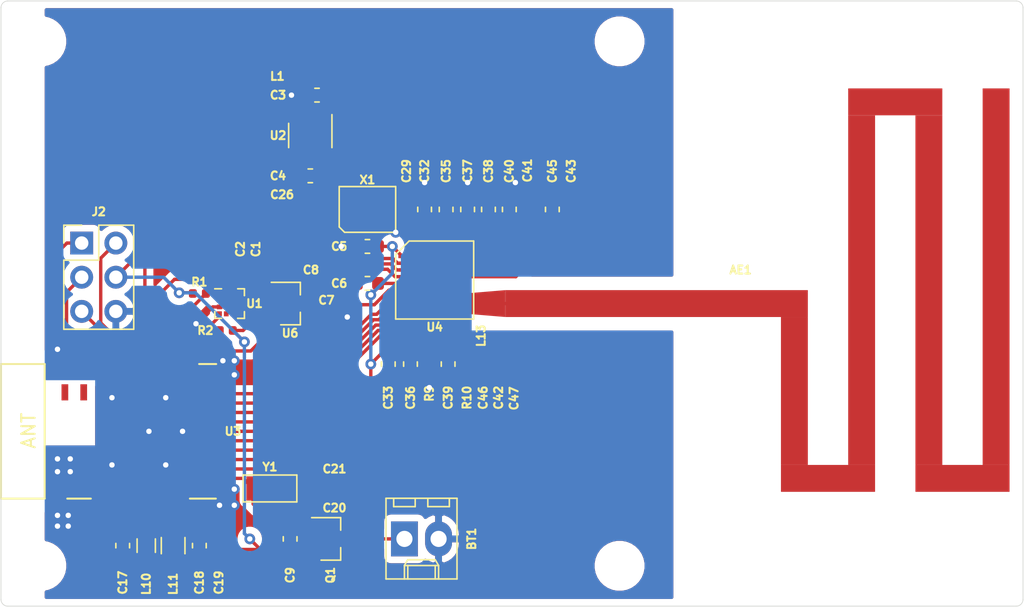
<source format=kicad_pcb>
(kicad_pcb (version 20171130) (host pcbnew "(5.1.4)-1")
  (layers (0 F.Cu signal) (31 B.Cu signal) (34 B.Paste user) (35 F.Paste user) (36 B.SilkS user) (37 F.SilkS user) (38 B.Mask user) (39 F.Mask user) (44 Edge.Cuts user))
  (net 0 "")
  (net 1 GND)
  (net 2 "Net-(BT1-Pad1)")
  (net 3 "Net-(C7-Pad2)")
  (net 4 /nRF_Module/DEC4)
  (net 5 /nRF_Module/XL1)
  (net 6 /nRF_Module/XL2)
  (net 7 "Net-(C29-Pad1)")
  (net 8 "Net-(C29-Pad2)")
  (net 9 "Net-(C32-Pad1)")
  (net 10 "Net-(C38-Pad1)")
  (net 11 "Net-(C41-Pad2)")
  (net 12 "Net-(C41-Pad1)")
  (net 13 "Net-(C43-Pad2)")
  (net 14 "Net-(C46-Pad2)")
  (net 15 /nRF_Module/SWDIO)
  (net 16 /nRF_Module/RX)
  (net 17 /nRF_Module/SWDCLK)
  (net 18 /nRF_Module/TX)
  (net 19 "Net-(L10-Pad2)")
  (net 20 /nRF_Module/DCC)
  (net 21 /nRF_Module/SCL)
  (net 22 /nRF_Module/SDA)
  (net 23 "Net-(R9-Pad1)")
  (net 24 "Net-(U1-Pad2)")
  (net 25 "Net-(U1-Pad5)")
  (net 26 "Net-(U1-Pad11)")
  (net 27 /nRF_Module/INT)
  (net 28 /CC1120/TCXO_EN)
  (net 29 "Net-(U2-Pad4)")
  (net 30 "Net-(U3-Pad41)")
  (net 31 "Net-(U3-Pad40)")
  (net 32 "Net-(U3-Pad38)")
  (net 33 "Net-(U3-Pad35)")
  (net 34 "Net-(U3-Pad32)")
  (net 35 "Net-(U3-Pad31)")
  (net 36 "Net-(U3-Pad29)")
  (net 37 /CC1120/RESET_N)
  (net 38 /CC1120/GPIO3)
  (net 39 /CC1120/GPIO0)
  (net 40 /CC1120/GPIO2)
  (net 41 /CC1120/CSN)
  (net 42 /CC1120/SCLK)
  (net 43 /CC1120/MOSI)
  (net 44 /CC1120/MISO)
  (net 45 /nRF_Module/HallEffect)
  (net 46 "Net-(U3-Pad7)")
  (net 47 "Net-(U3-Pad6)")
  (net 48 "Net-(U3-Pad5)")
  (net 49 "Net-(U4-Pad16)")
  (net 50 "Net-(U4-Pad18)")
  (net 51 "Net-(U4-Pad31)")
  (net 52 "Net-(X1-Pad1)")
  (net 53 "Net-(AE1-Pad1)")
  (net 54 VDD)
  (net 55 /CC1120/1V8)
  (net 56 "Net-(U3-Pad23)")
  (net 57 "Net-(U3-Pad4)")
  (net 58 "Net-(U3-Pad3)")
  (net 59 "Net-(U3-Pad2)")
  (net 60 VDD_CC112x)
  (module sense:dn024_pa_match (layer F.Cu) (at 46 32.5)
    (fp_text reference AE1 (at 19 -2.5) (layer F.SilkS) (effects (font (size 0.6 0.6))))
    (fp_text value Antenna)
    (pad "" smd rect (at 38 -2 90) (size 28 2) (layers F.Cu))
    (pad "" smd rect (at 33 -1 90) (size 26 2) (layers F.Cu))
    (pad "" smd rect (at 28 -1 90) (size 26 2) (layers F.Cu))
    (pad "" smd rect (at 35.5 13) (size 7 2) (layers F.Cu))
    (pad "" smd rect (at 30.5 -15) (size 7 2) (layers F.Cu))
    (pad "" smd rect (at 25.5 13) (size 7 2) (layers F.Cu))
    (pad "" smd rect (at 23 6.5 90) (size 11 2) (layers F.Cu))
    (pad 1 smd rect (at 12.75 0) (size 22.5 2) (layers F.Cu) (net 53 "Net-(AE1-Pad1)"))
    (pad 1 smd trapezoid (at 0 0) (size 3 1.75) (rect_delta -0.25 0) (layers F.Cu F.Paste F.Mask) (net 53 "Net-(AE1-Pad1)"))
  )
  (module sense:PinHeader_2x03_P2.54mm_Vertical (layer F.Cu) (at 16 28)
    (fp_text reference J2 (at 1.27 -2.33) (layer F.SilkS) (effects (font (size 0.6 0.6))))
    (fp_text value Conn_02x03_Odd_Even)
    (pad 1 thru_hole rect (at 0 0) (size 1.7 1.7) (drill 1) (layers *.Cu *.Mask) (net 15 /nRF_Module/SWDIO))
    (pad 2 thru_hole oval (at 2.54 0) (size 1.7 1.7) (drill 1) (layers *.Cu *.Mask) (net 16 /nRF_Module/RX))
    (pad 3 thru_hole oval (at 0 2.54) (size 1.7 1.7) (drill 1) (layers *.Cu *.Mask) (net 17 /nRF_Module/SWDCLK))
    (pad 4 thru_hole oval (at 2.54 2.54) (size 1.7 1.7) (drill 1) (layers *.Cu *.Mask) (net 54 VDD))
    (pad 5 thru_hole oval (at 0 5.08) (size 1.7 1.7) (drill 1) (layers *.Cu *.Mask) (net 18 /nRF_Module/TX))
    (pad 6 thru_hole oval (at 2.54 5.08) (size 1.7 1.7) (drill 1) (layers *.Cu *.Mask) (net 1 GND))
  )
  (module sense:Molex_KK-6410-02_02x2.54mm_Straight (layer F.Cu) (at 40 50)
    (fp_text reference BT1 (at 5 0 90) (layer F.SilkS) (effects (font (size 0.6 0.6))))
    (fp_text value "Dual AA")
    (pad 2 thru_hole oval (at 2.54 0) (size 2 2.6) (drill 1.2) (layers *.Cu *.Mask) (net 1 GND))
    (pad 1 thru_hole rect (at 0 0) (size 2 2.6) (drill 1.2) (layers *.Cu *.Mask) (net 2 "Net-(BT1-Pad1)"))
  )
  (module sense:C_0402_1005Metric (layer F.Cu) (at 28.95 30.25 90)
    (fp_text reference C1 (at 1.8 0 90) (layer F.SilkS) (effects (font (size 0.6 0.6))))
    (fp_text value 100nF)
    (pad 2 smd roundrect (at 0.485 0 90) (size 0.59 0.64) (layers F.Cu F.Paste F.Mask) (net 1 GND))
    (pad 1 smd roundrect (at -0.485 0 90) (size 0.59 0.64) (layers F.Cu F.Paste F.Mask) (net 54 VDD))
  )
  (module sense:C_0402_1005Metric (layer F.Cu) (at 27.8 30.25 90)
    (fp_text reference C2 (at 1.8 0 90) (layer F.SilkS) (effects (font (size 0.6 0.6))))
    (fp_text value 100nF)
    (pad 1 smd roundrect (at -0.485 0 90) (size 0.59 0.64) (layers F.Cu F.Paste F.Mask) (net 54 VDD))
    (pad 2 smd roundrect (at 0.485 0 90) (size 0.59 0.64) (layers F.Cu F.Paste F.Mask) (net 1 GND))
  )
  (module sense:C_0603_1608Metric (layer F.Cu) (at 33.5 17)
    (fp_text reference C3 (at -2.9 0) (layer F.SilkS) (effects (font (size 0.6 0.6))))
    (fp_text value 1uF)
    (pad 1 smd roundrect (at -0.7875 0) (size 0.875 0.95) (layers F.Cu F.Paste F.Mask) (net 1 GND))
    (pad 2 smd roundrect (at 0.7875 0) (size 0.875 0.95) (layers F.Cu F.Paste F.Mask) (net 60 VDD_CC112x))
  )
  (module sense:C_0603_1608Metric (layer F.Cu) (at 33 23)
    (fp_text reference C4 (at -2.4 0) (layer F.SilkS) (effects (font (size 0.6 0.6))))
    (fp_text value 1uF)
    (pad 2 smd roundrect (at 0.7875 0) (size 0.875 0.95) (layers F.Cu F.Paste F.Mask) (net 55 /CC1120/1V8))
    (pad 1 smd roundrect (at -0.7875 0) (size 0.875 0.95) (layers F.Cu F.Paste F.Mask) (net 1 GND))
  )
  (module sense:C_0603_1608Metric (layer F.Cu) (at 37.25 28.25)
    (fp_text reference C5 (at -2.1 0) (layer F.SilkS) (effects (font (size 0.6 0.6))))
    (fp_text value 47nF)
    (pad 2 smd roundrect (at 0.7875 0) (size 0.875 0.95) (layers F.Cu F.Paste F.Mask) (net 60 VDD_CC112x))
    (pad 1 smd roundrect (at -0.7875 0) (size 0.875 0.95) (layers F.Cu F.Paste F.Mask) (net 1 GND))
  )
  (module sense:C_0603_1608Metric (layer F.Cu) (at 37.25 31)
    (fp_text reference C6 (at -2.1 0) (layer F.SilkS) (effects (font (size 0.6 0.6))))
    (fp_text value 47nF)
    (pad 2 smd roundrect (at 0.7875 0) (size 0.875 0.95) (layers F.Cu F.Paste F.Mask) (net 60 VDD_CC112x))
    (pad 1 smd roundrect (at -0.7875 0) (size 0.875 0.95) (layers F.Cu F.Paste F.Mask) (net 1 GND))
  )
  (module sense:C_0402_1005Metric (layer F.Cu) (at 35.75 32.25)
    (fp_text reference C7 (at -1.55 0) (layer F.SilkS) (effects (font (size 0.6 0.6))))
    (fp_text value 220nF)
    (pad 1 smd roundrect (at -0.485 0) (size 0.59 0.64) (layers F.Cu F.Paste F.Mask) (net 1 GND))
    (pad 2 smd roundrect (at 0.485 0) (size 0.59 0.64) (layers F.Cu F.Paste F.Mask) (net 3 "Net-(C7-Pad2)"))
  )
  (module sense:C_0603_1608Metric (layer F.Cu) (at 19.05 50.5 270)
    (fp_text reference C17 (at 2.75 0 90) (layer F.SilkS) (effects (font (size 0.6 0.6))))
    (fp_text value 1uF)
    (pad 2 smd roundrect (at 0.7875 0 270) (size 0.875 0.95) (layers F.Cu F.Paste F.Mask) (net 1 GND))
    (pad 1 smd roundrect (at -0.7875 0 270) (size 0.875 0.95) (layers F.Cu F.Paste F.Mask) (net 4 /nRF_Module/DEC4))
  )
  (module sense:C_0603_1608Metric (layer F.Cu) (at 24.75 50.5 270)
    (fp_text reference C18 (at 2.75 0 90) (layer F.SilkS) (effects (font (size 0.6 0.6))))
    (fp_text value 1uF)
    (pad 1 smd roundrect (at -0.7875 0 270) (size 0.875 0.95) (layers F.Cu F.Paste F.Mask) (net 54 VDD))
    (pad 2 smd roundrect (at 0.7875 0 270) (size 0.875 0.95) (layers F.Cu F.Paste F.Mask) (net 1 GND))
  )
  (module sense:C_0402_1005Metric (layer F.Cu) (at 26.2 50.5 270)
    (fp_text reference C19 (at 2.75 0 90) (layer F.SilkS) (effects (font (size 0.6 0.6))))
    (fp_text value 100nF)
    (pad 1 smd roundrect (at -0.485 0 270) (size 0.59 0.64) (layers F.Cu F.Paste F.Mask) (net 54 VDD))
    (pad 2 smd roundrect (at 0.485 0 270) (size 0.59 0.64) (layers F.Cu F.Paste F.Mask) (net 1 GND))
  )
  (module sense:C_0402_1005Metric (layer F.Cu) (at 33 47.7)
    (fp_text reference C20 (at 1.8 0) (layer F.SilkS) (effects (font (size 0.6 0.6))))
    (fp_text value 8pF)
    (pad 2 smd roundrect (at 0.485 0) (size 0.59 0.64) (layers F.Cu F.Paste F.Mask) (net 1 GND))
    (pad 1 smd roundrect (at -0.485 0) (size 0.59 0.64) (layers F.Cu F.Paste F.Mask) (net 5 /nRF_Module/XL1))
  )
  (module sense:C_0402_1005Metric (layer F.Cu) (at 33 44.8)
    (fp_text reference C21 (at 1.8 0) (layer F.SilkS) (effects (font (size 0.6 0.6))))
    (fp_text value 8pF)
    (pad 1 smd roundrect (at -0.485 0) (size 0.59 0.64) (layers F.Cu F.Paste F.Mask) (net 6 /nRF_Module/XL2))
    (pad 2 smd roundrect (at 0.485 0) (size 0.59 0.64) (layers F.Cu F.Paste F.Mask) (net 1 GND))
  )
  (module sense:C_0402_1005Metric (layer F.Cu) (at 33 24.4)
    (fp_text reference C26 (at -2.1 0) (layer F.SilkS) (effects (font (size 0.6 0.6))))
    (fp_text value 100nF)
    (pad 2 smd roundrect (at 0.485 0) (size 0.59 0.64) (layers F.Cu F.Paste F.Mask) (net 55 /CC1120/1V8))
    (pad 1 smd roundrect (at -0.485 0) (size 0.59 0.64) (layers F.Cu F.Paste F.Mask) (net 1 GND))
  )
  (module sense:C_0402_1005Metric (layer F.Cu) (at 40.15 25.5 90)
    (fp_text reference C29 (at 2.85 0 90) (layer F.SilkS) (effects (font (size 0.6 0.6))))
    (fp_text value 22pF)
    (pad 1 smd roundrect (at -0.485 0 90) (size 0.59 0.64) (layers F.Cu F.Paste F.Mask) (net 7 "Net-(C29-Pad1)"))
    (pad 2 smd roundrect (at 0.485 0 90) (size 0.59 0.64) (layers F.Cu F.Paste F.Mask) (net 8 "Net-(C29-Pad2)"))
  )
  (module sense:C_0603_1608Metric (layer F.Cu) (at 41.5 25.5 90)
    (fp_text reference C32 (at 2.85 0 90) (layer F.SilkS) (effects (font (size 0.6 0.6))))
    (fp_text value 47nF)
    (pad 1 smd roundrect (at -0.7875 0 90) (size 0.875 0.95) (layers F.Cu F.Paste F.Mask) (net 9 "Net-(C32-Pad1)"))
    (pad 2 smd roundrect (at 0.7875 0 90) (size 0.875 0.95) (layers F.Cu F.Paste F.Mask) (net 1 GND))
  )
  (module sense:C_0603_1608Metric (layer F.Cu) (at 38.8 37 90)
    (fp_text reference C33 (at -2.5 0 90) (layer F.SilkS) (effects (font (size 0.6 0.6))))
    (fp_text value 47nF)
    (pad 2 smd roundrect (at 0.7875 0 90) (size 0.875 0.95) (layers F.Cu F.Paste F.Mask) (net 60 VDD_CC112x))
    (pad 1 smd roundrect (at -0.7875 0 90) (size 0.875 0.95) (layers F.Cu F.Paste F.Mask) (net 1 GND))
  )
  (module sense:C_0603_1608Metric (layer F.Cu) (at 43.1 25.5 90)
    (fp_text reference C35 (at 2.85 0 90) (layer F.SilkS) (effects (font (size 0.6 0.6))))
    (fp_text value 47nF)
    (pad 2 smd roundrect (at 0.7875 0 90) (size 0.875 0.95) (layers F.Cu F.Paste F.Mask) (net 1 GND))
    (pad 1 smd roundrect (at -0.7875 0 90) (size 0.875 0.95) (layers F.Cu F.Paste F.Mask) (net 60 VDD_CC112x))
  )
  (module sense:C_0603_1608Metric (layer F.Cu) (at 40.45 37 90)
    (fp_text reference C36 (at -2.5 0 90) (layer F.SilkS) (effects (font (size 0.6 0.6))))
    (fp_text value 47nF)
    (pad 1 smd roundrect (at -0.7875 0 90) (size 0.875 0.95) (layers F.Cu F.Paste F.Mask) (net 1 GND))
    (pad 2 smd roundrect (at 0.7875 0 90) (size 0.875 0.95) (layers F.Cu F.Paste F.Mask) (net 60 VDD_CC112x))
  )
  (module sense:C_0603_1608Metric (layer F.Cu) (at 44.7 25.5 90)
    (fp_text reference C37 (at 2.85 0 90) (layer F.SilkS) (effects (font (size 0.6 0.6))))
    (fp_text value 47nF)
    (pad 1 smd roundrect (at -0.7875 0 90) (size 0.875 0.95) (layers F.Cu F.Paste F.Mask) (net 60 VDD_CC112x))
    (pad 2 smd roundrect (at 0.7875 0 90) (size 0.875 0.95) (layers F.Cu F.Paste F.Mask) (net 1 GND))
  )
  (module sense:C_0603_1608Metric (layer F.Cu) (at 46.25 25.5 90)
    (fp_text reference C38 (at 2.85 0 90) (layer F.SilkS) (effects (font (size 0.6 0.6))))
    (fp_text value 47nF)
    (pad 1 smd roundrect (at -0.7875 0 90) (size 0.875 0.95) (layers F.Cu F.Paste F.Mask) (net 10 "Net-(C38-Pad1)"))
    (pad 2 smd roundrect (at 0.7875 0 90) (size 0.875 0.95) (layers F.Cu F.Paste F.Mask) (net 1 GND))
  )
  (module sense:C_0603_1608Metric (layer F.Cu) (at 43.25 37 90)
    (fp_text reference C39 (at -2.5 0 90) (layer F.SilkS) (effects (font (size 0.6 0.6))))
    (fp_text value 47nF)
    (pad 1 smd roundrect (at -0.7875 0 90) (size 0.875 0.95) (layers F.Cu F.Paste F.Mask) (net 1 GND))
    (pad 2 smd roundrect (at 0.7875 0 90) (size 0.875 0.95) (layers F.Cu F.Paste F.Mask) (net 60 VDD_CC112x))
  )
  (module sense:C_0603_1608Metric (layer F.Cu) (at 47.8 25.5 90)
    (fp_text reference C40 (at 2.85 0 90) (layer F.SilkS) (effects (font (size 0.6 0.6))))
    (fp_text value 47nF)
    (pad 1 smd roundrect (at -0.7875 0 90) (size 0.875 0.95) (layers F.Cu F.Paste F.Mask) (net 60 VDD_CC112x))
    (pad 2 smd roundrect (at 0.7875 0 90) (size 0.875 0.95) (layers F.Cu F.Paste F.Mask) (net 1 GND))
  )
  (module sense:C_0402_1005Metric (layer F.Cu) (at 49.15 25.5 270)
    (fp_text reference C41 (at -2.9 0 90) (layer F.SilkS) (effects (font (size 0.6 0.6))))
    (fp_text value 1.8nF)
    (pad 2 smd roundrect (at 0.485 0 270) (size 0.59 0.64) (layers F.Cu F.Paste F.Mask) (net 11 "Net-(C41-Pad2)"))
    (pad 1 smd roundrect (at -0.485 0 270) (size 0.59 0.64) (layers F.Cu F.Paste F.Mask) (net 12 "Net-(C41-Pad1)"))
  )
  (module sense:C_0402_1005Metric (layer F.Cu) (at 47 37 270)
    (fp_text reference C42 (at 2.5 0 90) (layer F.SilkS) (effects (font (size 0.6 0.6))))
    (fp_text value 10nF)
    (pad 2 smd roundrect (at 0.485 0 270) (size 0.59 0.64) (layers F.Cu F.Paste F.Mask) (net 60 VDD_CC112x))
    (pad 1 smd roundrect (at -0.485 0 270) (size 0.59 0.64) (layers F.Cu F.Paste F.Mask) (net 1 GND))
  )
  (module sense:C_0402_1005Metric (layer F.Cu) (at 52.4 25.5 270)
    (fp_text reference C43 (at -2.85 0 90) (layer F.SilkS) (effects (font (size 0.6 0.6))))
    (fp_text value 10nF)
    (pad 1 smd roundrect (at -0.485 0 270) (size 0.59 0.64) (layers F.Cu F.Paste F.Mask) (net 1 GND))
    (pad 2 smd roundrect (at 0.485 0 270) (size 0.59 0.64) (layers F.Cu F.Paste F.Mask) (net 13 "Net-(C43-Pad2)"))
  )
  (module sense:C_0603_1608Metric (layer F.Cu) (at 51 25.5 270)
    (fp_text reference C45 (at -2.85 0 90) (layer F.SilkS) (effects (font (size 0.6 0.6))))
    (fp_text value 47nF)
    (pad 2 smd roundrect (at 0.7875 0 270) (size 0.875 0.95) (layers F.Cu F.Paste F.Mask) (net 60 VDD_CC112x))
    (pad 1 smd roundrect (at -0.7875 0 270) (size 0.875 0.95) (layers F.Cu F.Paste F.Mask) (net 1 GND))
  )
  (module sense:C_0402_1005Metric (layer F.Cu) (at 45.85 37 90)
    (fp_text reference C46 (at -2.5 0 90) (layer F.SilkS) (effects (font (size 0.6 0.6))))
    (fp_text value 33pF)
    (pad 2 smd roundrect (at 0.485 0 90) (size 0.59 0.64) (layers F.Cu F.Paste F.Mask) (net 14 "Net-(C46-Pad2)"))
    (pad 1 smd roundrect (at -0.485 0 90) (size 0.59 0.64) (layers F.Cu F.Paste F.Mask) (net 60 VDD_CC112x))
  )
  (module sense:C_0402_1005Metric (layer F.Cu) (at 48.15 37 270)
    (fp_text reference C47 (at 2.55 0 90) (layer F.SilkS) (effects (font (size 0.6 0.6))))
    (fp_text value 100pF)
    (pad 2 smd roundrect (at 0.485 0 270) (size 0.59 0.64) (layers F.Cu F.Paste F.Mask) (net 60 VDD_CC112x))
    (pad 1 smd roundrect (at -0.485 0 270) (size 0.59 0.64) (layers F.Cu F.Paste F.Mask) (net 1 GND))
  )
  (module Resistor_SMD:R_0402_1005Metric (layer F.Cu) (at 33.5 15.6)
    (fp_text reference L1 (at -2.95 0) (layer F.SilkS) (effects (font (size 0.6 0.6))))
    (fp_text value Bead)
    (pad 1 smd roundrect (at -0.485 0) (size 0.59 0.64) (layers F.Cu F.Paste F.Mask) (net 54 VDD))
    (pad 2 smd roundrect (at 0.485 0) (size 0.59 0.64) (layers F.Cu F.Paste F.Mask) (net 60 VDD_CC112x))
  )
  (module sense:L_0603_HandSoldering (layer F.Cu) (at 20.8 50.5 270)
    (fp_text reference L10 (at 2.85 0 90) (layer F.SilkS) (effects (font (size 0.6 0.6))))
    (fp_text value 15nH)
    (pad 2 smd rect (at 1.1 0 270) (size 1.2 0.9) (layers F.Cu F.Paste F.Mask) (net 19 "Net-(L10-Pad2)"))
    (pad 1 smd rect (at -1.1 0 270) (size 1.2 0.9) (layers F.Cu F.Paste F.Mask) (net 4 /nRF_Module/DEC4))
  )
  (module sense:L_0805 (layer F.Cu) (at 22.8 50.5 90)
    (fp_text reference L11 (at -2.85 0 90) (layer F.SilkS) (effects (font (size 0.6 0.6))))
    (fp_text value 10uH)
    (pad 1 smd rect (at -0.95 0 90) (size 0.7 1.3) (layers F.Cu F.Paste F.Mask) (net 19 "Net-(L10-Pad2)"))
    (pad 2 smd rect (at 0.95 0 90) (size 0.7 1.3) (layers F.Cu F.Paste F.Mask) (net 20 /nRF_Module/DCC))
  )
  (module Inductor_SMD:L_0402_1005Metric (layer F.Cu) (at 44.65 34.9 270)
    (fp_text reference L13 (at 0 -1.05 270) (layer F.SilkS) (effects (font (size 0.6 0.6))))
    (fp_text value 10nH)
    (pad 1 smd roundrect (at -0.485 0 270) (size 0.59 0.64) (layers F.Cu F.Paste F.Mask) (net 53 "Net-(AE1-Pad1)"))
    (pad 2 smd roundrect (at 0.485 0 270) (size 0.59 0.64) (layers F.Cu F.Paste F.Mask) (net 14 "Net-(C46-Pad2)"))
  )
  (module sense:MountingHole_2.7mm_M2.5 (layer F.Cu) (at 13 13)
    (fp_text reference MK1 hide)
    (fp_text value Mounting_Hole)
    (pad 1 np_thru_hole circle (at 0 0) (size 2.7 2.7) (drill 2.7) (layers *.Cu *.Mask))
  )
  (module sense:MountingHole_2.7mm_M2.5 (layer F.Cu) (at 56 13)
    (fp_text reference MK2 hide)
    (fp_text value Mounting_Hole)
    (pad 1 np_thru_hole circle (at 0 0) (size 2.7 2.7) (drill 2.7) (layers *.Cu *.Mask))
  )
  (module sense:MountingHole_2.7mm_M2.5 (layer F.Cu) (at 13 52)
    (fp_text reference MK3 hide)
    (fp_text value Mounting_Hole)
    (pad 1 np_thru_hole circle (at 0 0) (size 2.7 2.7) (drill 2.7) (layers *.Cu *.Mask))
  )
  (module sense:MountingHole_2.7mm_M2.5 (layer F.Cu) (at 56 52)
    (fp_text reference MK4 hide)
    (fp_text value Mounting_Hole)
    (pad 1 np_thru_hole circle (at 0 0) (size 2.7 2.7) (drill 2.7) (layers *.Cu *.Mask))
  )
  (module sense:SOT-23 (layer F.Cu) (at 34.5 50)
    (fp_text reference Q1 (at 0 2.7 90) (layer F.SilkS) (effects (font (size 0.6 0.6))))
    (fp_text value IRLML6401)
    (pad 1 smd rect (at -1 -0.95) (size 0.9 0.8) (layers F.Cu F.Paste F.Mask) (net 1 GND))
    (pad 2 smd rect (at -1 0.95) (size 0.9 0.8) (layers F.Cu F.Paste F.Mask) (net 54 VDD))
    (pad 3 smd rect (at 1 0) (size 0.9 0.8) (layers F.Cu F.Paste F.Mask) (net 2 "Net-(BT1-Pad1)"))
  )
  (module Resistor_SMD:R_0402_1005Metric (layer F.Cu) (at 24.75 31.75)
    (fp_text reference R1 (at 0 -0.85) (layer F.SilkS) (effects (font (size 0.6 0.6))))
    (fp_text value 10k)
    (pad 1 smd roundrect (at -0.485 0) (size 0.59 0.64) (layers F.Cu F.Paste F.Mask) (net 54 VDD))
    (pad 2 smd roundrect (at 0.485 0) (size 0.59 0.64) (layers F.Cu F.Paste F.Mask) (net 21 /nRF_Module/SCL))
  )
  (module Resistor_SMD:R_0402_1005Metric (layer F.Cu) (at 26.75 34.5 180)
    (fp_text reference R2 (at 1.55 0) (layer F.SilkS) (effects (font (size 0.6 0.6))))
    (fp_text value 10k)
    (pad 2 smd roundrect (at 0.485 0 180) (size 0.59 0.64) (layers F.Cu F.Paste F.Mask) (net 22 /nRF_Module/SDA))
    (pad 1 smd roundrect (at -0.485 0 180) (size 0.59 0.64) (layers F.Cu F.Paste F.Mask) (net 54 VDD))
  )
  (module Resistor_SMD:R_0402_1005Metric (layer F.Cu) (at 41.85 37 270)
    (fp_text reference R9 (at 2.2 0 90) (layer F.SilkS) (effects (font (size 0.6 0.6))))
    (fp_text value 56k)
    (pad 1 smd roundrect (at -0.485 0 270) (size 0.59 0.64) (layers F.Cu F.Paste F.Mask) (net 23 "Net-(R9-Pad1)"))
    (pad 2 smd roundrect (at 0.485 0 270) (size 0.59 0.64) (layers F.Cu F.Paste F.Mask) (net 1 GND))
  )
  (module Resistor_SMD:R_0402_1005Metric (layer F.Cu) (at 44.65 37 270)
    (fp_text reference R10 (at 2.5 0 90) (layer F.SilkS) (effects (font (size 0.6 0.6))))
    (fp_text value 10E)
    (pad 2 smd roundrect (at 0.485 0 270) (size 0.59 0.64) (layers F.Cu F.Paste F.Mask) (net 60 VDD_CC112x))
    (pad 1 smd roundrect (at -0.485 0 270) (size 0.59 0.64) (layers F.Cu F.Paste F.Mask) (net 14 "Net-(C46-Pad2)"))
  )
  (module Package_LGA:LGA-12_2x2mm_P0.5mm (layer F.Cu) (at 27 32.5)
    (fp_text reference U1 (at 1.85 0) (layer F.SilkS) (effects (font (size 0.6 0.6))))
    (fp_text value KX003-1077)
    (pad 2 smd rect (at -0.7625 -0.25) (size 0.375 0.35) (layers F.Cu F.Paste F.Mask) (net 24 "Net-(U1-Pad2)"))
    (pad 3 smd rect (at -0.7625 0.25) (size 0.375 0.35) (layers F.Cu F.Paste F.Mask) (net 1 GND))
    (pad 9 smd rect (at 0.7625 -0.25) (size 0.375 0.35) (layers F.Cu F.Paste F.Mask) (net 54 VDD))
    (pad 8 smd rect (at 0.7625 0.25) (size 0.375 0.35) (layers F.Cu F.Paste F.Mask) (net 1 GND))
    (pad 4 smd rect (at -0.7625 0.75) (size 0.375 0.35) (layers F.Cu F.Paste F.Mask) (net 22 /nRF_Module/SDA))
    (pad 7 smd rect (at 0.7625 0.75) (size 0.375 0.35) (layers F.Cu F.Paste F.Mask) (net 1 GND))
    (pad 1 smd rect (at -0.7625 -0.75) (size 0.375 0.35) (layers F.Cu F.Paste F.Mask) (net 21 /nRF_Module/SCL))
    (pad 10 smd rect (at 0.7625 -0.75) (size 0.375 0.35) (layers F.Cu F.Paste F.Mask) (net 54 VDD))
    (pad 5 smd rect (at -0.25 0.7625 90) (size 0.375 0.35) (layers F.Cu F.Paste F.Mask) (net 25 "Net-(U1-Pad5)"))
    (pad 6 smd rect (at 0.25 0.7625 90) (size 0.375 0.35) (layers F.Cu F.Paste F.Mask) (net 1 GND))
    (pad 11 smd rect (at 0.25 -0.7625 90) (size 0.375 0.35) (layers F.Cu F.Paste F.Mask) (net 26 "Net-(U1-Pad11)"))
    (pad 12 smd rect (at -0.25 -0.7625 90) (size 0.375 0.35) (layers F.Cu F.Paste F.Mask) (net 27 /nRF_Module/INT))
  )
  (module Package_TO_SOT_SMD:SOT-23-5 (layer F.Cu) (at 33 20 270)
    (fp_text reference U2 (at 0 2.4 180) (layer F.SilkS) (effects (font (size 0.6 0.6))))
    (fp_text value MIC5504-1.8YM5)
    (pad 1 smd rect (at -1.1 -0.95 270) (size 1.06 0.65) (layers F.Cu F.Paste F.Mask) (net 60 VDD_CC112x))
    (pad 2 smd rect (at -1.1 0 270) (size 1.06 0.65) (layers F.Cu F.Paste F.Mask) (net 1 GND))
    (pad 3 smd rect (at -1.1 0.95 270) (size 1.06 0.65) (layers F.Cu F.Paste F.Mask) (net 28 /CC1120/TCXO_EN))
    (pad 4 smd rect (at 1.1 0.95 270) (size 1.06 0.65) (layers F.Cu F.Paste F.Mask) (net 29 "Net-(U2-Pad4)"))
    (pad 5 smd rect (at 1.1 -0.95 270) (size 1.06 0.65) (layers F.Cu F.Paste F.Mask) (net 55 /CC1120/1V8))
  )
  (module sense:mdbt42Q (layer F.Cu) (at 19.5 42 90)
    (fp_text reference U3 (at 0 7.75) (layer F.SilkS) (effects (font (size 0.6 0.6))))
    (fp_text value MDBT42Q hide)
    (fp_text user ANT (at 0.05 -7.45 90) (layer F.SilkS))
    (pad 41 smd rect (at 2.9 -3.35 90) (size 1.2 0.5) (layers F.Cu F.Paste F.Mask) (net 30 "Net-(U3-Pad41)"))
    (pad 40 smd rect (at 2.9 -4.75 90) (size 1.2 0.5) (layers F.Cu F.Paste F.Mask) (net 31 "Net-(U3-Pad40)"))
    (pad 39 smd rect (at 4.75 -5.3 90) (size 1.6 0.9) (layers F.Cu F.Paste F.Mask) (net 1 GND))
    (pad 38 smd rect (at 4.75 -4.4 90) (size 1.6 0.5) (layers F.Cu F.Paste F.Mask) (net 32 "Net-(U3-Pad38)"))
    (pad 37 smd rect (at 4.75 -3.7 90) (size 1.6 0.5) (layers F.Cu F.Paste F.Mask) (net 15 /nRF_Module/SWDIO))
    (pad 36 smd rect (at 4.75 -3 90) (size 1.6 0.5) (layers F.Cu F.Paste F.Mask) (net 17 /nRF_Module/SWDCLK))
    (pad 35 smd rect (at 4.75 -2.3 90) (size 1.6 0.5) (layers F.Cu F.Paste F.Mask) (net 33 "Net-(U3-Pad35)"))
    (pad 34 smd rect (at 4.75 -1.6 90) (size 1.6 0.5) (layers F.Cu F.Paste F.Mask) (net 18 /nRF_Module/TX))
    (pad 33 smd rect (at 4.75 -0.9 90) (size 1.6 0.5) (layers F.Cu F.Paste F.Mask) (net 16 /nRF_Module/RX))
    (pad 32 smd rect (at 4.75 -0.2 90) (size 1.6 0.5) (layers F.Cu F.Paste F.Mask) (net 34 "Net-(U3-Pad32)"))
    (pad 31 smd rect (at 4.75 0.5 90) (size 1.6 0.5) (layers F.Cu F.Paste F.Mask) (net 35 "Net-(U3-Pad31)"))
    (pad 30 smd rect (at 4.75 1.2 90) (size 1.6 0.5) (layers F.Cu F.Paste F.Mask) (net 28 /CC1120/TCXO_EN))
    (pad 29 smd rect (at 4.75 1.9 90) (size 1.6 0.5) (layers F.Cu F.Paste F.Mask) (net 36 "Net-(U3-Pad29)"))
    (pad 28 smd rect (at 4.75 2.6 90) (size 1.6 0.5) (layers F.Cu F.Paste F.Mask) (net 27 /nRF_Module/INT))
    (pad 27 smd rect (at 4.75 3.3 90) (size 1.6 0.5) (layers F.Cu F.Paste F.Mask) (net 21 /nRF_Module/SCL))
    (pad 26 smd rect (at 4.75 4 90) (size 1.6 0.5) (layers F.Cu F.Paste F.Mask) (net 22 /nRF_Module/SDA))
    (pad 25 smd rect (at 4.75 4.7 90) (size 1.6 0.5) (layers F.Cu F.Paste F.Mask) (net 45 /nRF_Module/HallEffect))
    (pad 24 smd rect (at 4.2 6.25 90) (size 0.5 1.6) (layers F.Cu F.Paste F.Mask) (net 1 GND))
    (pad 23 smd rect (at 3.5 6.25 90) (size 0.5 1.6) (layers F.Cu F.Paste F.Mask) (net 56 "Net-(U3-Pad23)"))
    (pad 22 smd rect (at 2.8 6.25 90) (size 0.5 1.6) (layers F.Cu F.Paste F.Mask) (net 37 /CC1120/RESET_N))
    (pad 21 smd rect (at 2.1 6.25 90) (size 0.5 1.6) (layers F.Cu F.Paste F.Mask) (net 38 /CC1120/GPIO3))
    (pad 20 smd rect (at 1.4 6.25 90) (size 0.5 1.6) (layers F.Cu F.Paste F.Mask) (net 40 /CC1120/GPIO2))
    (pad 19 smd rect (at 0.7 6.25 90) (size 0.5 1.6) (layers F.Cu F.Paste F.Mask) (net 43 /CC1120/MOSI))
    (pad 18 smd rect (at 0 6.25 90) (size 0.5 1.6) (layers F.Cu F.Paste F.Mask) (net 42 /CC1120/SCLK))
    (pad 17 smd rect (at -0.7 6.25 90) (size 0.5 1.6) (layers F.Cu F.Paste F.Mask) (net 44 /CC1120/MISO))
    (pad 16 smd rect (at -1.4 6.25 90) (size 0.5 1.6) (layers F.Cu F.Paste F.Mask) (net 39 /CC1120/GPIO0))
    (pad 15 smd rect (at -2.1 6.25 90) (size 0.5 1.6) (layers F.Cu F.Paste F.Mask) (net 41 /CC1120/CSN))
    (pad 14 smd rect (at -2.8 6.25 90) (size 0.5 1.6) (layers F.Cu F.Paste F.Mask) (net 6 /nRF_Module/XL2))
    (pad 13 smd rect (at -3.5 6.25 90) (size 0.5 1.6) (layers F.Cu F.Paste F.Mask) (net 5 /nRF_Module/XL1))
    (pad 11 smd rect (at -4.75 4 90) (size 1.6 0.5) (layers F.Cu F.Paste F.Mask) (net 54 VDD))
    (pad 10 smd rect (at -4.75 3.3 90) (size 1.6 0.5) (layers F.Cu F.Paste F.Mask) (net 20 /nRF_Module/DCC))
    (pad 9 smd rect (at -4.75 2.6 90) (size 1.6 0.5) (layers F.Cu F.Paste F.Mask) (net 4 /nRF_Module/DEC4))
    (pad 8 smd rect (at -4.75 1.9 90) (size 1.6 0.5) (layers F.Cu F.Paste F.Mask) (net 54 VDD))
    (pad 7 smd rect (at -4.75 1.2 90) (size 1.6 0.5) (layers F.Cu F.Paste F.Mask) (net 46 "Net-(U3-Pad7)"))
    (pad 6 smd rect (at -4.75 0.5 90) (size 1.6 0.5) (layers F.Cu F.Paste F.Mask) (net 47 "Net-(U3-Pad6)"))
    (pad 5 smd rect (at -4.75 -0.2 90) (size 1.6 0.5) (layers F.Cu F.Paste F.Mask) (net 48 "Net-(U3-Pad5)"))
    (pad 4 smd rect (at -4.75 -0.9 90) (size 1.6 0.5) (layers F.Cu F.Paste F.Mask) (net 57 "Net-(U3-Pad4)"))
    (pad 3 smd rect (at -4.75 -1.6 90) (size 1.6 0.5) (layers F.Cu F.Paste F.Mask) (net 58 "Net-(U3-Pad3)"))
    (pad 1 smd rect (at -4.75 -5.3 90) (size 1.6 0.9) (layers F.Cu F.Paste F.Mask) (net 1 GND))
    (pad 2 smd rect (at -4.75 -2.3 90) (size 1.6 0.5) (layers F.Cu F.Paste F.Mask) (net 59 "Net-(U3-Pad2)"))
    (pad 12 smd rect (at -4.3 6.25 90) (size 0.5 1.6) (layers F.Cu F.Paste F.Mask) (net 1 GND))
  )
  (module sense:CC1120 (layer F.Cu) (at 42.25 30.75)
    (fp_text reference U4 (at 0 3.5) (layer F.SilkS) (effects (font (size 0.6 0.6))))
    (fp_text value CC1175)
    (pad 1 smd rect (at -2.4 -1.75 90) (size 0.25 0.6) (layers F.Cu F.Paste F.Mask) (net 60 VDD_CC112x))
    (pad 2 smd rect (at -2.4 -1.25 90) (size 0.25 0.6) (layers F.Cu F.Paste F.Mask) (net 37 /CC1120/RESET_N))
    (pad 3 smd rect (at -2.4 -0.75 90) (size 0.25 0.6) (layers F.Cu F.Paste F.Mask) (net 38 /CC1120/GPIO3))
    (pad 4 smd rect (at -2.4 -0.25 90) (size 0.25 0.6) (layers F.Cu F.Paste F.Mask) (net 40 /CC1120/GPIO2))
    (pad 5 smd rect (at -2.4 0.25 90) (size 0.25 0.6) (layers F.Cu F.Paste F.Mask) (net 60 VDD_CC112x))
    (pad 6 smd rect (at -2.4 0.75 90) (size 0.25 0.6) (layers F.Cu F.Paste F.Mask) (net 3 "Net-(C7-Pad2)"))
    (pad 7 smd rect (at -2.4 1.25 90) (size 0.25 0.6) (layers F.Cu F.Paste F.Mask) (net 43 /CC1120/MOSI))
    (pad 8 smd rect (at -2.4 1.75 90) (size 0.25 0.6) (layers F.Cu F.Paste F.Mask) (net 42 /CC1120/SCLK))
    (pad 9 smd rect (at -1.75 2.4 180) (size 0.25 0.6) (layers F.Cu F.Paste F.Mask) (net 44 /CC1120/MISO))
    (pad 10 smd rect (at -1.25 2.4 180) (size 0.25 0.6) (layers F.Cu F.Paste F.Mask) (net 39 /CC1120/GPIO0))
    (pad 11 smd rect (at -0.75 2.4 180) (size 0.25 0.6) (layers F.Cu F.Paste F.Mask) (net 41 /CC1120/CSN))
    (pad 12 smd rect (at -0.25 2.4 180) (size 0.25 0.6) (layers F.Cu F.Paste F.Mask) (net 60 VDD_CC112x))
    (pad 13 smd rect (at 0.25 2.4 180) (size 0.25 0.6) (layers F.Cu F.Paste F.Mask) (net 60 VDD_CC112x))
    (pad 14 smd rect (at 0.75 2.4 180) (size 0.25 0.6) (layers F.Cu F.Paste F.Mask) (net 23 "Net-(R9-Pad1)"))
    (pad 15 smd rect (at 1.25 2.4 180) (size 0.25 0.6) (layers F.Cu F.Paste F.Mask) (net 60 VDD_CC112x))
    (pad 16 smd rect (at 1.75 2.4 180) (size 0.25 0.6) (layers F.Cu F.Paste F.Mask) (net 49 "Net-(U4-Pad16)"))
    (pad 17 smd rect (at 2.4 1.75 270) (size 0.25 0.6) (layers F.Cu F.Paste F.Mask) (net 53 "Net-(AE1-Pad1)"))
    (pad 18 smd rect (at 2.4 1.25 270) (size 0.25 0.6) (layers F.Cu F.Paste F.Mask) (net 50 "Net-(U4-Pad18)"))
    (pad 19 smd rect (at 2.4 0.75 270) (size 0.25 0.6) (layers F.Cu F.Paste F.Mask) (net 1 GND))
    (pad 20 smd rect (at 2.4 0.25 270) (size 0.25 0.6) (layers F.Cu F.Paste F.Mask) (net 1 GND))
    (pad 21 smd rect (at 2.4 -0.25 270) (size 0.25 0.6) (layers F.Cu F.Paste F.Mask) (net 13 "Net-(C43-Pad2)"))
    (pad 22 smd rect (at 2.4 -0.75 270) (size 0.25 0.6) (layers F.Cu F.Paste F.Mask) (net 60 VDD_CC112x))
    (pad 23 smd rect (at 2.4 -1.25 270) (size 0.25 0.6) (layers F.Cu F.Paste F.Mask) (net 12 "Net-(C41-Pad1)"))
    (pad 24 smd rect (at 2.4 -1.75 270) (size 0.25 0.6) (layers F.Cu F.Paste F.Mask) (net 11 "Net-(C41-Pad2)"))
    (pad 25 smd rect (at 1.75 -2.4) (size 0.25 0.6) (layers F.Cu F.Paste F.Mask) (net 60 VDD_CC112x))
    (pad 26 smd rect (at 1.25 -2.4) (size 0.25 0.6) (layers F.Cu F.Paste F.Mask) (net 10 "Net-(C38-Pad1)"))
    (pad 27 smd rect (at 0.75 -2.4) (size 0.25 0.6) (layers F.Cu F.Paste F.Mask) (net 60 VDD_CC112x))
    (pad 28 smd rect (at 0.25 -2.4) (size 0.25 0.6) (layers F.Cu F.Paste F.Mask) (net 60 VDD_CC112x))
    (pad 29 smd rect (at -0.25 -2.4) (size 0.25 0.6) (layers F.Cu F.Paste F.Mask) (net 9 "Net-(C32-Pad1)"))
    (pad 30 smd rect (at -0.75 -2.4) (size 0.25 0.6) (layers F.Cu F.Paste F.Mask) (net 1 GND))
    (pad 31 smd rect (at -1.25 -2.4) (size 0.25 0.6) (layers F.Cu F.Paste F.Mask) (net 51 "Net-(U4-Pad31)"))
    (pad 32 smd rect (at -1.75 -2.4) (size 0.25 0.6) (layers F.Cu F.Paste F.Mask) (net 7 "Net-(C29-Pad1)"))
    (pad 33 smd rect (at 0 0) (size 3.45 3.45) (layers F.Cu F.Paste F.Mask) (net 1 GND))
  )
  (module sense:SOT-23 (layer F.Cu) (at 31.5 32.5)
    (fp_text reference U6 (at 0 2.2) (layer F.SilkS) (effects (font (size 0.6 0.6))))
    (fp_text value SI7201-B-00-FV)
    (pad 3 smd rect (at 1 0) (size 0.9 0.8) (layers F.Cu F.Paste F.Mask) (net 1 GND))
    (pad 2 smd rect (at -1 0.95) (size 0.9 0.8) (layers F.Cu F.Paste F.Mask) (net 45 /nRF_Module/HallEffect))
    (pad 1 smd rect (at -1 -0.95) (size 0.9 0.8) (layers F.Cu F.Paste F.Mask) (net 54 VDD))
  )
  (module sense:TXKTPCSANF-32 (layer F.Cu) (at 37.25 25.5 90)
    (fp_text reference X1 (at 2.2 0 180) (layer F.SilkS) (effects (font (size 0.6 0.6))))
    (fp_text value " TXKTPCSANF-32")
    (pad 1 smd rect (at -0.9 -1.2 90) (size 0.9 1) (layers F.Cu F.Paste F.Mask) (net 52 "Net-(X1-Pad1)"))
    (pad 2 smd rect (at -0.9 1.2 90) (size 0.9 1) (layers F.Cu F.Paste F.Mask) (net 1 GND))
    (pad 3 smd rect (at 0.9 1.2 90) (size 0.9 1) (layers F.Cu F.Paste F.Mask) (net 8 "Net-(C29-Pad2)"))
    (pad 4 smd rect (at 0.9 -1.2 90) (size 0.9 1) (layers F.Cu F.Paste F.Mask) (net 55 /CC1120/1V8))
  )
  (module "sense:Q13FC1350000400_SMD Crystals 32.768KHz" (layer F.Cu) (at 30 46.25)
    (fp_text reference Y1 (at 0 -1.6) (layer F.SilkS) (effects (font (size 0.6 0.6))))
    (fp_text value Crystal)
    (pad 1 smd rect (at -1.25 0) (size 1 1.8) (layers F.Cu F.Paste F.Mask) (net 5 /nRF_Module/XL1))
    (pad 2 smd rect (at 1.25 0) (size 1 1.8) (layers F.Cu F.Paste F.Mask) (net 6 /nRF_Module/XL2))
  )
  (module sense:C_0402_1005Metric (layer F.Cu) (at 31.5 30)
    (fp_text reference C8 (at 1.55 0) (layer F.SilkS) (effects (font (size 0.6 0.6))))
    (fp_text value 100nF)
    (pad 1 smd roundrect (at -0.485 0) (size 0.59 0.64) (layers F.Cu F.Paste F.Mask) (net 54 VDD))
    (pad 2 smd roundrect (at 0.485 0) (size 0.59 0.64) (layers F.Cu F.Paste F.Mask) (net 1 GND))
  )
  (module sense:C_0603_1608Metric (layer F.Cu) (at 31.5 50 90)
    (fp_text reference C9 (at -2.7 0 90) (layer F.SilkS) (effects (font (size 0.6 0.6))))
    (fp_text value 22uF)
    (pad 1 smd roundrect (at -0.7875 0 90) (size 0.875 0.95) (layers F.Cu F.Paste F.Mask) (net 54 VDD))
    (pad 2 smd roundrect (at 0.7875 0 90) (size 0.875 0.95) (layers F.Cu F.Paste F.Mask) (net 1 GND))
  )
  (gr_arc (start 85.5 10.5) (end 86 10.5) (angle -90) (layer Edge.Cuts) (width 0.05))
  (gr_arc (start 85.5 54.5) (end 85.5 55) (angle -90) (layer Edge.Cuts) (width 0.05))
  (gr_arc (start 10.5 54.5) (end 10 54.5) (angle -90) (layer Edge.Cuts) (width 0.05))
  (gr_arc (start 10.5 10.5) (end 10.5 10) (angle -90) (layer Edge.Cuts) (width 0.05))
  (gr_line (start 85.5 10) (end 10.5 10) (layer Edge.Cuts) (width 0.05))
  (gr_line (start 86 54.5) (end 86 10.5) (layer Edge.Cuts) (width 0.05))
  (gr_line (start 10.5 55) (end 85.5 55) (layer Edge.Cuts) (width 0.05))
  (gr_line (start 10 10.5) (end 10 54.5) (layer Edge.Cuts) (width 0.05))
  (segment (start 44.65 31) (end 44.65 31.5) (width 0.25) (layer F.Cu) (net 1))
  (segment (start 42.5 31) (end 44.65 31) (width 0.25) (layer F.Cu) (net 1))
  (segment (start 42.25 30.75) (end 42.5 31) (width 0.25) (layer F.Cu) (net 1))
  (segment (start 42.25 29.65) (end 42.25 30.75) (width 0.25) (layer F.Cu) (net 1))
  (segment (start 41.5 28.9) (end 42.25 29.65) (width 0.25) (layer F.Cu) (net 1))
  (segment (start 41.5 28.35) (end 41.5 28.9) (width 0.25) (layer F.Cu) (net 1))
  (segment (start 36.4625 31.0525) (end 35.265 32.25) (width 0.25) (layer F.Cu) (net 1))
  (segment (start 36.4625 31) (end 36.4625 31.0525) (width 0.25) (layer F.Cu) (net 1))
  (via (at 35.75 33.5) (size 0.8) (drill 0.4) (layers F.Cu B.Cu) (net 1))
  (segment (start 35.265 32.25) (end 35.265 33.015) (width 0.25) (layer F.Cu) (net 1))
  (segment (start 35.265 33.015) (end 35.75 33.5) (width 0.25) (layer F.Cu) (net 1))
  (segment (start 41.038388 25.174112) (end 41.5 24.7125) (width 0.25) (layer F.Cu) (net 1))
  (segment (start 40.74999 25.46251) (end 41.038388 25.174112) (width 0.25) (layer F.Cu) (net 1))
  (segment (start 40.74999 27.04999) (end 40.74999 25.46251) (width 0.25) (layer F.Cu) (net 1))
  (segment (start 41.5 27.8) (end 40.74999 27.04999) (width 0.25) (layer F.Cu) (net 1))
  (segment (start 41.5 28.35) (end 41.5 27.8) (width 0.25) (layer F.Cu) (net 1))
  (via (at 35.3 28.25) (size 0.8) (drill 0.4) (layers F.Cu B.Cu) (net 1))
  (segment (start 36.4625 28.25) (end 35.3 28.25) (width 0.25) (layer F.Cu) (net 1))
  (segment (start 27.75 33.2625) (end 27.7625 33.25) (width 0.25) (layer F.Cu) (net 1))
  (segment (start 27.25 33.2625) (end 27.75 33.2625) (width 0.25) (layer F.Cu) (net 1))
  (segment (start 27.7625 32.75) (end 27.7625 33.25) (width 0.25) (layer F.Cu) (net 1))
  (segment (start 26.2375 32.75) (end 27.7625 32.75) (width 0.25) (layer F.Cu) (net 1))
  (segment (start 32.5 30.515) (end 32.5 32.5) (width 0.25) (layer F.Cu) (net 1))
  (segment (start 31.985 30) (end 32.5 30.515) (width 0.25) (layer F.Cu) (net 1))
  (segment (start 27.8 29.765) (end 28.95 29.765) (width 0.25) (layer F.Cu) (net 1))
  (via (at 24.5 34) (size 0.8) (drill 0.4) (layers F.Cu B.Cu) (net 1))
  (segment (start 26.2375 32.75) (end 25.75 32.75) (width 0.25) (layer F.Cu) (net 1))
  (segment (start 25.75 32.75) (end 24.5 34) (width 0.25) (layer F.Cu) (net 1))
  (segment (start 33 17.2875) (end 32.7125 17) (width 0.25) (layer F.Cu) (net 1))
  (segment (start 33 18.9) (end 33 17.2875) (width 0.25) (layer F.Cu) (net 1))
  (segment (start 32.515 23.3025) (end 32.2125 23) (width 0.25) (layer F.Cu) (net 1))
  (segment (start 32.515 24.4) (end 32.515 23.3025) (width 0.25) (layer F.Cu) (net 1))
  (segment (start 41.5 24.7125) (end 43.1 24.7125) (width 0.25) (layer F.Cu) (net 1))
  (segment (start 44.7 24.7125) (end 46.25 24.7125) (width 0.25) (layer F.Cu) (net 1))
  (segment (start 51.3025 25.015) (end 51 24.7125) (width 0.25) (layer F.Cu) (net 1))
  (segment (start 52.4 25.015) (end 51.3025 25.015) (width 0.25) (layer F.Cu) (net 1))
  (segment (start 38.8 37.7875) (end 40.45 37.7875) (width 0.25) (layer F.Cu) (net 1))
  (segment (start 40.7525 37.485) (end 40.45 37.7875) (width 0.25) (layer F.Cu) (net 1))
  (segment (start 41.85 37.485) (end 40.7525 37.485) (width 0.25) (layer F.Cu) (net 1))
  (segment (start 42.9475 37.485) (end 43.25 37.7875) (width 0.25) (layer F.Cu) (net 1))
  (segment (start 41.85 37.485) (end 42.9475 37.485) (width 0.25) (layer F.Cu) (net 1))
  (segment (start 47 36.515) (end 48.15 36.515) (width 0.25) (layer F.Cu) (net 1))
  (segment (start 25.0525 50.985) (end 24.75 51.2875) (width 0.25) (layer F.Cu) (net 1))
  (segment (start 26.2 50.985) (end 25.0525 50.985) (width 0.25) (layer F.Cu) (net 1))
  (segment (start 33.3375 49.2125) (end 33.5 49.05) (width 0.25) (layer F.Cu) (net 1))
  (segment (start 31.5 49.2125) (end 33.3375 49.2125) (width 0.25) (layer F.Cu) (net 1))
  (via (at 44.7 23.5) (size 0.8) (drill 0.4) (layers F.Cu B.Cu) (net 1))
  (segment (start 44.7 24.7125) (end 44.7 23.5) (width 0.25) (layer F.Cu) (net 1))
  (via (at 48.25 23.5) (size 0.8) (drill 0.4) (layers F.Cu B.Cu) (net 1))
  (segment (start 47.8 24.7125) (end 47.8 23.95) (width 0.25) (layer F.Cu) (net 1))
  (segment (start 47.8 23.95) (end 48.25 23.5) (width 0.25) (layer F.Cu) (net 1))
  (via (at 39.35 27.2) (size 0.8) (drill 0.4) (layers F.Cu B.Cu) (net 1))
  (segment (start 38.45 26.4) (end 38.55 26.4) (width 0.25) (layer F.Cu) (net 1))
  (segment (start 38.55 26.4) (end 39.35 27.2) (width 0.25) (layer F.Cu) (net 1))
  (via (at 41.5 23.5) (size 0.8) (drill 0.4) (layers F.Cu B.Cu) (net 1))
  (segment (start 41.5 24.7125) (end 41.5 23.5) (width 0.25) (layer F.Cu) (net 1))
  (via (at 31.6 17) (size 0.8) (drill 0.4) (layers F.Cu B.Cu) (net 1))
  (segment (start 32.7125 17) (end 31.6 17) (width 0.25) (layer F.Cu) (net 1))
  (via (at 14.2 48.25) (size 0.8) (drill 0.4) (layers F.Cu B.Cu) (net 1))
  (segment (start 14.2 46.75) (end 14.2 48.25) (width 0.25) (layer F.Cu) (net 1))
  (via (at 14.2 49.05) (size 0.8) (drill 0.4) (layers F.Cu B.Cu) (net 1))
  (segment (start 14.2 48.25) (end 14.2 49.05) (width 0.25) (layer B.Cu) (net 1))
  (via (at 15 49.05) (size 0.8) (drill 0.4) (layers F.Cu B.Cu) (net 1))
  (segment (start 14.2 49.05) (end 15 49.05) (width 0.25) (layer F.Cu) (net 1))
  (via (at 15 48.25) (size 0.8) (drill 0.4) (layers F.Cu B.Cu) (net 1))
  (segment (start 15 49.05) (end 15 48.25) (width 0.25) (layer B.Cu) (net 1))
  (segment (start 15 48.25) (end 14.2 48.25) (width 0.25) (layer F.Cu) (net 1))
  (via (at 14.2 35.9) (size 0.8) (drill 0.4) (layers F.Cu B.Cu) (net 1))
  (segment (start 14.2 37.25) (end 14.2 35.9) (width 0.25) (layer F.Cu) (net 1))
  (via (at 27.35 37.8) (size 0.8) (drill 0.4) (layers F.Cu B.Cu) (net 1))
  (segment (start 25.75 37.8) (end 27.35 37.8) (width 0.25) (layer F.Cu) (net 1))
  (via (at 27.35 36.75) (size 0.8) (drill 0.4) (layers F.Cu B.Cu) (net 1))
  (via (at 26.5 36.75) (size 0.8) (drill 0.4) (layers F.Cu B.Cu) (net 1))
  (segment (start 27.35 36.75) (end 26.5 36.75) (width 0.25) (layer F.Cu) (net 1))
  (segment (start 27.35 36.75) (end 27.35 37.8) (width 0.25) (layer B.Cu) (net 1))
  (via (at 27.35 46.3) (size 0.8) (drill 0.4) (layers F.Cu B.Cu) (net 1))
  (segment (start 25.75 46.3) (end 27.35 46.3) (width 0.25) (layer F.Cu) (net 1))
  (via (at 27.35 47.5) (size 0.8) (drill 0.4) (layers F.Cu B.Cu) (net 1))
  (segment (start 27.35 46.3) (end 27.35 47.5) (width 0.25) (layer B.Cu) (net 1))
  (via (at 26.25 47.5) (size 0.8) (drill 0.4) (layers F.Cu B.Cu) (net 1))
  (segment (start 27.35 47.5) (end 26.25 47.5) (width 0.25) (layer F.Cu) (net 1))
  (via (at 14.2 45) (size 0.8) (drill 0.4) (layers F.Cu B.Cu) (net 1))
  (segment (start 14.2 46.75) (end 14.2 45) (width 0.25) (layer F.Cu) (net 1))
  (via (at 14.2 44.05) (size 0.8) (drill 0.4) (layers F.Cu B.Cu) (net 1))
  (segment (start 14.2 45) (end 14.2 44.05) (width 0.25) (layer B.Cu) (net 1))
  (segment (start 14.25 45.05) (end 14.2 45) (width 0.25) (layer F.Cu) (net 1))
  (via (at 15.15 45) (size 0.8) (drill 0.4) (layers F.Cu B.Cu) (net 1))
  (segment (start 14.2 45) (end 15.15 45) (width 0.25) (layer F.Cu) (net 1))
  (via (at 15.15 44.05) (size 0.8) (drill 0.4) (layers F.Cu B.Cu) (net 1))
  (segment (start 15.15 45) (end 15.15 44.05) (width 0.25) (layer B.Cu) (net 1))
  (segment (start 15.15 44.05) (end 14.2 44.05) (width 0.25) (layer F.Cu) (net 1))
  (via (at 18.25 44.5) (size 0.8) (drill 0.4) (layers F.Cu B.Cu) (net 1))
  (segment (start 15.15 44.05) (end 17.8 44.05) (width 0.25) (layer B.Cu) (net 1))
  (segment (start 17.8 44.05) (end 18.25 44.5) (width 0.25) (layer B.Cu) (net 1))
  (via (at 21 42) (size 0.8) (drill 0.4) (layers F.Cu B.Cu) (net 1))
  (segment (start 18.25 44.5) (end 20.75 42) (width 0.25) (layer B.Cu) (net 1))
  (segment (start 20.75 42) (end 21 42) (width 0.25) (layer B.Cu) (net 1))
  (via (at 23.5 42) (size 0.8) (drill 0.4) (layers F.Cu B.Cu) (net 1))
  (segment (start 21 42) (end 23.5 42) (width 0.25) (layer B.Cu) (net 1))
  (via (at 22.25 44.5) (size 0.8) (drill 0.4) (layers F.Cu B.Cu) (net 1))
  (segment (start 23.5 42) (end 23.5 43.25) (width 0.25) (layer B.Cu) (net 1))
  (segment (start 23.5 43.25) (end 22.25 44.5) (width 0.25) (layer B.Cu) (net 1))
  (via (at 18.25 39.5) (size 0.8) (drill 0.4) (layers F.Cu B.Cu) (net 1))
  (segment (start 21 42) (end 18.5 39.5) (width 0.25) (layer B.Cu) (net 1))
  (segment (start 18.5 39.5) (end 18.25 39.5) (width 0.25) (layer B.Cu) (net 1))
  (via (at 22.25 39.5) (size 0.8) (drill 0.4) (layers F.Cu B.Cu) (net 1))
  (segment (start 23.5 42) (end 23.5 40.75) (width 0.25) (layer B.Cu) (net 1))
  (segment (start 23.5 40.75) (end 22.25 39.5) (width 0.25) (layer B.Cu) (net 1))
  (via (at 41.85 38.75) (size 0.8) (drill 0.4) (layers F.Cu B.Cu) (net 1))
  (segment (start 41.85 37.485) (end 41.85 38.75) (width 0.25) (layer F.Cu) (net 1))
  (segment (start 35.5 50) (end 40 50) (width 0.25) (layer F.Cu) (net 2))
  (segment (start 36.569168 32.584168) (end 36.235 32.25) (width 0.25) (layer F.Cu) (net 3))
  (segment (start 37.764834 32.584168) (end 36.569168 32.584168) (width 0.25) (layer F.Cu) (net 3))
  (segment (start 39.85 31.5) (end 38.849002 31.5) (width 0.25) (layer F.Cu) (net 3))
  (segment (start 38.849002 31.5) (end 37.764834 32.584168) (width 0.25) (layer F.Cu) (net 3))
  (segment (start 20.4875 49.7125) (end 20.8 49.4) (width 0.25) (layer F.Cu) (net 4))
  (segment (start 19.05 49.7125) (end 20.4875 49.7125) (width 0.25) (layer F.Cu) (net 4))
  (segment (start 22.1 47.8) (end 22.1 46.75) (width 0.25) (layer F.Cu) (net 4))
  (segment (start 22.1 47.95) (end 22.1 47.8) (width 0.25) (layer F.Cu) (net 4))
  (segment (start 20.8 49.25) (end 22.1 47.95) (width 0.25) (layer F.Cu) (net 4))
  (segment (start 20.8 49.4) (end 20.8 49.25) (width 0.25) (layer F.Cu) (net 4))
  (segment (start 28 45.5) (end 28.75 46.25) (width 0.25) (layer F.Cu) (net 5))
  (segment (start 25.75 45.5) (end 28 45.5) (width 0.25) (layer F.Cu) (net 5))
  (segment (start 32.12 47.7) (end 32.515 47.7) (width 0.25) (layer F.Cu) (net 5))
  (segment (start 29.05 47.7) (end 32.12 47.7) (width 0.25) (layer F.Cu) (net 5))
  (segment (start 28.75 47.4) (end 29.05 47.7) (width 0.25) (layer F.Cu) (net 5))
  (segment (start 28.75 46.25) (end 28.75 47.4) (width 0.25) (layer F.Cu) (net 5))
  (segment (start 31.25 45.85) (end 31.25 46.25) (width 0.25) (layer F.Cu) (net 6))
  (segment (start 30.2 44.8) (end 31.25 45.85) (width 0.25) (layer F.Cu) (net 6))
  (segment (start 25.75 44.8) (end 30.2 44.8) (width 0.25) (layer F.Cu) (net 6))
  (segment (start 32.515 44.985) (end 31.25 46.25) (width 0.25) (layer F.Cu) (net 6))
  (segment (start 32.515 44.8) (end 32.515 44.985) (width 0.25) (layer F.Cu) (net 6))
  (segment (start 40.15 28) (end 40.5 28.35) (width 0.25) (layer F.Cu) (net 7))
  (segment (start 40.15 25.985) (end 40.15 28) (width 0.25) (layer F.Cu) (net 7))
  (segment (start 38.865 25.015) (end 38.45 24.6) (width 0.25) (layer F.Cu) (net 8))
  (segment (start 40.15 25.015) (end 38.865 25.015) (width 0.25) (layer F.Cu) (net 8))
  (segment (start 42 26.7875) (end 42 28.35) (width 0.25) (layer F.Cu) (net 9))
  (segment (start 41.5 26.2875) (end 42 26.7875) (width 0.25) (layer F.Cu) (net 9))
  (segment (start 45.788388 26.749112) (end 46.25 26.2875) (width 0.25) (layer F.Cu) (net 10))
  (segment (start 44.912499 27.625001) (end 45.788388 26.749112) (width 0.25) (layer F.Cu) (net 10))
  (segment (start 43.674999 27.625001) (end 44.912499 27.625001) (width 0.25) (layer F.Cu) (net 10))
  (segment (start 43.5 27.8) (end 43.674999 27.625001) (width 0.25) (layer F.Cu) (net 10))
  (segment (start 43.5 28.35) (end 43.5 27.8) (width 0.25) (layer F.Cu) (net 10))
  (segment (start 49.15 26.38) (end 49.15 25.985) (width 0.25) (layer F.Cu) (net 11))
  (segment (start 44.65 29) (end 46.53 29) (width 0.25) (layer F.Cu) (net 11))
  (segment (start 46.53 29) (end 49.15 26.38) (width 0.25) (layer F.Cu) (net 11))
  (segment (start 49.57 25.015) (end 49.15 25.015) (width 0.25) (layer F.Cu) (net 12))
  (segment (start 49.79501 25.24001) (end 49.57 25.015) (width 0.25) (layer F.Cu) (net 12))
  (segment (start 49.79501 26.731758) (end 49.79501 25.24001) (width 0.25) (layer F.Cu) (net 12))
  (segment (start 47.026768 29.5) (end 49.79501 26.731758) (width 0.25) (layer F.Cu) (net 12))
  (segment (start 44.65 29.5) (end 47.026768 29.5) (width 0.25) (layer F.Cu) (net 12))
  (segment (start 52.4 26.38) (end 52.4 25.985) (width 0.25) (layer F.Cu) (net 13))
  (segment (start 48.28 30.5) (end 52.4 26.38) (width 0.25) (layer F.Cu) (net 13))
  (segment (start 44.65 30.5) (end 48.28 30.5) (width 0.25) (layer F.Cu) (net 13))
  (segment (start 44.65 36.515) (end 45.85 36.515) (width 0.25) (layer F.Cu) (net 14))
  (segment (start 44.65 35.385) (end 44.65 36.515) (width 0.25) (layer F.Cu) (net 14))
  (segment (start 14.9 28) (end 16 28) (width 0.25) (layer F.Cu) (net 15))
  (segment (start 14.474989 28.425011) (end 14.9 28) (width 0.25) (layer F.Cu) (net 15))
  (segment (start 14.474989 34.874989) (end 14.474989 28.425011) (width 0.25) (layer F.Cu) (net 15))
  (segment (start 15.8 36.2) (end 14.474989 34.874989) (width 0.25) (layer F.Cu) (net 15))
  (segment (start 15.8 37.25) (end 15.8 36.2) (width 0.25) (layer F.Cu) (net 15))
  (segment (start 18.6 36.2) (end 18.6 37.25) (width 0.25) (layer F.Cu) (net 16))
  (segment (start 18.6 35.114302) (end 18.6 36.2) (width 0.25) (layer F.Cu) (net 16))
  (segment (start 17.414999 33.929301) (end 18.6 35.114302) (width 0.25) (layer F.Cu) (net 16))
  (segment (start 17.414999 29.125001) (end 17.414999 33.929301) (width 0.25) (layer F.Cu) (net 16))
  (segment (start 18.54 28) (end 17.414999 29.125001) (width 0.25) (layer F.Cu) (net 16))
  (segment (start 16.5 36.2) (end 16.5 37.25) (width 0.25) (layer F.Cu) (net 17))
  (segment (start 14.874999 34.574999) (end 16.5 36.2) (width 0.25) (layer F.Cu) (net 17))
  (segment (start 14.874999 31.665001) (end 14.874999 34.574999) (width 0.25) (layer F.Cu) (net 17))
  (segment (start 16 30.54) (end 14.874999 31.665001) (width 0.25) (layer F.Cu) (net 17))
  (segment (start 17.9 34.98) (end 17.9 37.25) (width 0.25) (layer F.Cu) (net 18))
  (segment (start 16 33.08) (end 17.9 34.98) (width 0.25) (layer F.Cu) (net 18))
  (segment (start 20.95 51.45) (end 20.8 51.6) (width 0.25) (layer F.Cu) (net 19))
  (segment (start 22.8 51.45) (end 20.95 51.45) (width 0.25) (layer F.Cu) (net 19))
  (segment (start 22.8 49.55) (end 22.8 46.75) (width 0.25) (layer F.Cu) (net 20))
  (segment (start 24.900832 32.084168) (end 25.235 31.75) (width 0.25) (layer F.Cu) (net 21))
  (segment (start 24.900832 32.1024) (end 24.900832 32.084168) (width 0.25) (layer F.Cu) (net 21))
  (segment (start 22.8 34.203232) (end 24.900832 32.1024) (width 0.25) (layer F.Cu) (net 21))
  (segment (start 22.8 37.25) (end 22.8 34.203232) (width 0.25) (layer F.Cu) (net 21))
  (segment (start 25.235 31.75) (end 26.2375 31.75) (width 0.25) (layer F.Cu) (net 21))
  (segment (start 26.249999 33.262499) (end 26.2375 33.25) (width 0.25) (layer F.Cu) (net 22))
  (segment (start 26.249999 33.450001) (end 26.249999 33.262499) (width 0.25) (layer F.Cu) (net 22))
  (segment (start 23.5 37.25) (end 23.5 36.2) (width 0.25) (layer F.Cu) (net 22))
  (segment (start 25.55 34.5) (end 25.375 34.325) (width 0.25) (layer F.Cu) (net 22))
  (segment (start 26.265 34.5) (end 25.55 34.5) (width 0.25) (layer F.Cu) (net 22))
  (segment (start 23.5 36.2) (end 25.375 34.325) (width 0.25) (layer F.Cu) (net 22))
  (segment (start 25.375 34.325) (end 26.249999 33.450001) (width 0.25) (layer F.Cu) (net 22))
  (segment (start 43 33.7) (end 43 33.15) (width 0.25) (layer F.Cu) (net 23))
  (segment (start 43 34.97) (end 43 33.7) (width 0.25) (layer F.Cu) (net 23))
  (segment (start 41.85 36.12) (end 43 34.97) (width 0.25) (layer F.Cu) (net 23))
  (segment (start 41.85 36.515) (end 41.85 36.12) (width 0.25) (layer F.Cu) (net 23))
  (segment (start 26.75 31.3) (end 26.15 30.7) (width 0.25) (layer F.Cu) (net 27))
  (segment (start 26.75 31.7375) (end 26.75 31.3) (width 0.25) (layer F.Cu) (net 27))
  (segment (start 22.1 31.5) (end 22.9 30.7) (width 0.25) (layer F.Cu) (net 27))
  (segment (start 22.1 37.25) (end 22.1 31.5) (width 0.25) (layer F.Cu) (net 27))
  (segment (start 26.15 30.7) (end 22.9 30.7) (width 0.25) (layer F.Cu) (net 27))
  (segment (start 20.7 37.25) (end 20.7 23.5) (width 0.25) (layer F.Cu) (net 28))
  (segment (start 32.05 18.9) (end 25.3 18.9) (width 0.25) (layer F.Cu) (net 28))
  (segment (start 20.7 23.5) (end 25.3 18.9) (width 0.25) (layer F.Cu) (net 28))
  (segment (start 35.018623 29.14998) (end 33.74998 30.418623) (width 0.25) (layer F.Cu) (net 37))
  (segment (start 39.145677 29.14998) (end 35.018623 29.14998) (width 0.25) (layer F.Cu) (net 37))
  (segment (start 39.85 29.5) (end 39.495697 29.5) (width 0.25) (layer F.Cu) (net 37))
  (segment (start 39.495697 29.5) (end 39.145677 29.14998) (width 0.25) (layer F.Cu) (net 37))
  (segment (start 33.74998 30.418623) (end 33.74998 35.10002) (width 0.25) (layer F.Cu) (net 37))
  (segment (start 29.65 39.2) (end 25.75 39.2) (width 0.25) (layer F.Cu) (net 37))
  (segment (start 33.74998 35.10002) (end 29.65 39.2) (width 0.25) (layer F.Cu) (net 37))
  (segment (start 39.429998 30) (end 39.85 30) (width 0.25) (layer F.Cu) (net 38))
  (segment (start 25.75 39.9) (end 29.6 39.9) (width 0.25) (layer F.Cu) (net 38))
  (segment (start 29.6 39.9) (end 34.14999 35.35001) (width 0.25) (layer F.Cu) (net 38))
  (segment (start 34.14999 35.35001) (end 34.14999 30.584311) (width 0.25) (layer F.Cu) (net 38))
  (segment (start 34.14999 30.584311) (end 35.184311 29.54999) (width 0.25) (layer F.Cu) (net 38))
  (segment (start 35.184311 29.54999) (end 38.979988 29.54999) (width 0.25) (layer F.Cu) (net 38))
  (segment (start 38.979988 29.54999) (end 39.429998 30) (width 0.25) (layer F.Cu) (net 38))
  (segment (start 41 33.570002) (end 41 33.15) (width 0.25) (layer F.Cu) (net 39))
  (segment (start 40.070012 34.49999) (end 41 33.570002) (width 0.25) (layer F.Cu) (net 39))
  (segment (start 38.034311 34.49999) (end 40.070012 34.49999) (width 0.25) (layer F.Cu) (net 39))
  (segment (start 29.1343 43.4) (end 38.034311 34.49999) (width 0.25) (layer F.Cu) (net 39))
  (segment (start 25.75 43.4) (end 29.1343 43.4) (width 0.25) (layer F.Cu) (net 39))
  (segment (start 39.3 30.5) (end 38.75 29.95) (width 0.25) (layer F.Cu) (net 40))
  (segment (start 39.85 30.5) (end 39.3 30.5) (width 0.25) (layer F.Cu) (net 40))
  (segment (start 38.75 29.95) (end 35.35 29.95) (width 0.25) (layer F.Cu) (net 40))
  (segment (start 35.35 29.95) (end 34.55 30.75) (width 0.25) (layer F.Cu) (net 40))
  (segment (start 34.55 30.75) (end 34.55 35.6) (width 0.25) (layer F.Cu) (net 40))
  (segment (start 29.55 40.6) (end 25.75 40.6) (width 0.25) (layer F.Cu) (net 40))
  (segment (start 34.55 35.6) (end 29.55 40.6) (width 0.25) (layer F.Cu) (net 40))
  (segment (start 41.5 34.15) (end 41.5 33.15) (width 0.25) (layer F.Cu) (net 41))
  (segment (start 40.75 34.9) (end 41.5 34.15) (width 0.25) (layer F.Cu) (net 41))
  (segment (start 38.2 34.9) (end 40.75 34.9) (width 0.25) (layer F.Cu) (net 41))
  (segment (start 28.999998 44.1) (end 38.2 34.9) (width 0.25) (layer F.Cu) (net 41))
  (segment (start 25.75 44.1) (end 28.999998 44.1) (width 0.25) (layer F.Cu) (net 41))
  (segment (start 26.8 42) (end 25.75 42) (width 0.25) (layer F.Cu) (net 42))
  (segment (start 29.402904 42) (end 26.8 42) (width 0.25) (layer F.Cu) (net 42))
  (segment (start 37.702934 33.69997) (end 29.402904 42) (width 0.25) (layer F.Cu) (net 42))
  (segment (start 38.10003 33.69997) (end 37.702934 33.69997) (width 0.25) (layer F.Cu) (net 42))
  (segment (start 39.3 32.5) (end 38.10003 33.69997) (width 0.25) (layer F.Cu) (net 42))
  (segment (start 39.85 32.5) (end 39.3 32.5) (width 0.25) (layer F.Cu) (net 42))
  (segment (start 29.537206 41.3) (end 25.75 41.3) (width 0.25) (layer F.Cu) (net 43))
  (segment (start 37.537246 33.29996) (end 29.537206 41.3) (width 0.25) (layer F.Cu) (net 43))
  (segment (start 37.934342 33.29996) (end 37.537246 33.29996) (width 0.25) (layer F.Cu) (net 43))
  (segment (start 39.234302 32) (end 37.934342 33.29996) (width 0.25) (layer F.Cu) (net 43))
  (segment (start 39.85 32) (end 39.234302 32) (width 0.25) (layer F.Cu) (net 43))
  (segment (start 29.268602 42.7) (end 37.868622 34.09998) (width 0.25) (layer F.Cu) (net 44))
  (segment (start 25.75 42.7) (end 29.268602 42.7) (width 0.25) (layer F.Cu) (net 44))
  (segment (start 40.5 33.325) (end 40.5 33.15) (width 0.25) (layer F.Cu) (net 44))
  (segment (start 39.72502 34.09998) (end 37.868622 34.09998) (width 0.25) (layer F.Cu) (net 44))
  (segment (start 40.5 33.325) (end 39.72502 34.09998) (width 0.25) (layer F.Cu) (net 44))
  (segment (start 30.5 34.1) (end 30.5 33.45) (width 0.25) (layer F.Cu) (net 45))
  (segment (start 28.574999 36.025001) (end 30.5 34.1) (width 0.25) (layer F.Cu) (net 45))
  (segment (start 24.374999 36.025001) (end 28.574999 36.025001) (width 0.25) (layer F.Cu) (net 45))
  (segment (start 24.2 36.2) (end 24.374999 36.025001) (width 0.25) (layer F.Cu) (net 45))
  (segment (start 24.2 37.25) (end 24.2 36.2) (width 0.25) (layer F.Cu) (net 45))
  (segment (start 44.65 32.5) (end 44.65 34.415) (width 0.25) (layer F.Cu) (net 53))
  (segment (start 45.2 32.5) (end 58 32.5) (width 0.25) (layer F.Cu) (net 53))
  (segment (start 44.65 32.5) (end 45.2 32.5) (width 0.25) (layer F.Cu) (net 53))
  (segment (start 32.62 15.6) (end 33.015 15.6) (width 0.25) (layer F.Cu) (net 54))
  (segment (start 28.034301 15.6) (end 32.62 15.6) (width 0.25) (layer F.Cu) (net 54))
  (segment (start 20.29999 23.334311) (end 28.034301 15.6) (width 0.25) (layer F.Cu) (net 54))
  (segment (start 20.29999 28.78001) (end 20.29999 23.334311) (width 0.25) (layer F.Cu) (net 54))
  (segment (start 18.54 30.54) (end 20.29999 28.78001) (width 0.25) (layer F.Cu) (net 54))
  (via (at 23.25 31.7) (size 0.8) (drill 0.4) (layers F.Cu B.Cu) (net 54))
  (segment (start 18.54 30.54) (end 22.09 30.54) (width 0.25) (layer B.Cu) (net 54))
  (segment (start 22.09 30.54) (end 23.25 31.7) (width 0.25) (layer B.Cu) (net 54))
  (segment (start 24.215 31.7) (end 24.265 31.75) (width 0.25) (layer F.Cu) (net 54))
  (segment (start 23.25 31.7) (end 24.215 31.7) (width 0.25) (layer F.Cu) (net 54))
  (segment (start 23.5 48.4625) (end 24.75 49.7125) (width 0.25) (layer F.Cu) (net 54))
  (segment (start 23.5 46.75) (end 23.5 48.4625) (width 0.25) (layer F.Cu) (net 54))
  (segment (start 21.4 45.7) (end 21.6 45.5) (width 0.25) (layer F.Cu) (net 54))
  (segment (start 21.4 46.75) (end 21.4 45.7) (width 0.25) (layer F.Cu) (net 54))
  (segment (start 21.6 45.5) (end 23.4 45.5) (width 0.25) (layer F.Cu) (net 54))
  (segment (start 23.5 45.6) (end 23.5 46.75) (width 0.25) (layer F.Cu) (net 54))
  (segment (start 23.4 45.5) (end 23.5 45.6) (width 0.25) (layer F.Cu) (net 54))
  (segment (start 26.9725 50.7875) (end 31.5 50.7875) (width 0.25) (layer F.Cu) (net 54))
  (segment (start 26.2 50.015) (end 26.9725 50.7875) (width 0.25) (layer F.Cu) (net 54))
  (segment (start 33.3375 50.7875) (end 33.5 50.95) (width 0.25) (layer F.Cu) (net 54))
  (segment (start 31.5 50.7875) (end 33.3375 50.7875) (width 0.25) (layer F.Cu) (net 54))
  (segment (start 27.7625 31.75) (end 27.7625 32.25) (width 0.25) (layer F.Cu) (net 54))
  (segment (start 27.8 31.7125) (end 27.7625 31.75) (width 0.25) (layer F.Cu) (net 54))
  (segment (start 27.8 30.735) (end 27.8 31.7125) (width 0.25) (layer F.Cu) (net 54))
  (segment (start 27.8 30.735) (end 28.95 30.735) (width 0.25) (layer F.Cu) (net 54))
  (segment (start 29.685 30.735) (end 30.5 31.55) (width 0.25) (layer F.Cu) (net 54))
  (segment (start 28.95 30.735) (end 29.685 30.735) (width 0.25) (layer F.Cu) (net 54))
  (segment (start 31.015 31.035) (end 30.5 31.55) (width 0.25) (layer F.Cu) (net 54))
  (segment (start 31.015 30) (end 31.015 31.035) (width 0.25) (layer F.Cu) (net 54))
  (via (at 28.5 50) (size 0.8) (drill 0.4) (layers F.Cu B.Cu) (net 54))
  (segment (start 31.5 50.7875) (end 29.2875 50.7875) (width 0.25) (layer F.Cu) (net 54))
  (segment (start 29.2875 50.7875) (end 28.5 50) (width 0.25) (layer F.Cu) (net 54))
  (segment (start 28.95 31.13) (end 28.95 30.735) (width 0.25) (layer F.Cu) (net 54))
  (segment (start 28.95 33.55) (end 28.95 31.13) (width 0.25) (layer F.Cu) (net 54))
  (segment (start 28 34.5) (end 28.95 33.55) (width 0.25) (layer F.Cu) (net 54))
  (segment (start 27.235 34.5) (end 28 34.5) (width 0.25) (layer F.Cu) (net 54))
  (via (at 28.1 35.35) (size 0.8) (drill 0.4) (layers F.Cu B.Cu) (net 54))
  (segment (start 27.235 34.5) (end 27.25 34.5) (width 0.25) (layer F.Cu) (net 54))
  (segment (start 27.25 34.5) (end 28.1 35.35) (width 0.25) (layer F.Cu) (net 54))
  (segment (start 24.45 31.7) (end 23.25 31.7) (width 0.25) (layer B.Cu) (net 54))
  (segment (start 28.1 35.35) (end 24.45 31.7) (width 0.25) (layer B.Cu) (net 54))
  (segment (start 28.100001 49.600001) (end 28.5 50) (width 0.25) (layer B.Cu) (net 54))
  (segment (start 28.1 35.35) (end 28.100001 49.600001) (width 0.25) (layer B.Cu) (net 54))
  (segment (start 25.0525 50.015) (end 24.75 49.7125) (width 0.25) (layer F.Cu) (net 54))
  (segment (start 26.2 50.015) (end 25.0525 50.015) (width 0.25) (layer F.Cu) (net 54))
  (segment (start 33.95 22.8375) (end 33.7875 23) (width 0.25) (layer F.Cu) (net 55))
  (segment (start 33.95 21.1) (end 33.95 22.8375) (width 0.25) (layer F.Cu) (net 55))
  (segment (start 36.05 23.9) (end 36.05 24.6) (width 0.25) (layer F.Cu) (net 55))
  (segment (start 35.15 23) (end 36.05 23.9) (width 0.25) (layer F.Cu) (net 55))
  (segment (start 33.7875 23) (end 35.15 23) (width 0.25) (layer F.Cu) (net 55))
  (segment (start 33.485 23.3025) (end 33.7875 23) (width 0.25) (layer F.Cu) (net 55))
  (segment (start 33.485 24.4) (end 33.485 23.3025) (width 0.25) (layer F.Cu) (net 55))
  (segment (start 38.0375 31) (end 39.85 31) (width 0.25) (layer F.Cu) (net 60))
  (segment (start 44 28.35) (end 45.7375 28.35) (width 0.25) (layer F.Cu) (net 60))
  (segment (start 42.5 28.35) (end 43 28.35) (width 0.25) (layer F.Cu) (net 60))
  (segment (start 42 33.15) (end 42.5 33.15) (width 0.25) (layer F.Cu) (net 60))
  (segment (start 44.5225 37.485) (end 44.65 37.485) (width 0.25) (layer F.Cu) (net 60))
  (segment (start 43.25 36.2125) (end 44.5225 37.485) (width 0.25) (layer F.Cu) (net 60))
  (segment (start 44.65 37.485) (end 45.85 37.485) (width 0.25) (layer F.Cu) (net 60))
  (segment (start 47 37.485) (end 45.85 37.485) (width 0.25) (layer F.Cu) (net 60))
  (segment (start 47 37.485) (end 48.15 37.485) (width 0.25) (layer F.Cu) (net 60))
  (segment (start 42.5 34.1625) (end 40.45 36.2125) (width 0.25) (layer F.Cu) (net 60))
  (segment (start 42.5 33.15) (end 42.5 34.1625) (width 0.25) (layer F.Cu) (net 60))
  (segment (start 38.8 36.2125) (end 40.45 36.2125) (width 0.25) (layer F.Cu) (net 60))
  (segment (start 39.1 28.25) (end 39.85 29) (width 0.25) (layer F.Cu) (net 60))
  (segment (start 38.0375 28.25) (end 39.1 28.25) (width 0.25) (layer F.Cu) (net 60))
  (segment (start 43.1 26.2875) (end 44.7 26.2875) (width 0.25) (layer F.Cu) (net 60))
  (segment (start 43 26.3875) (end 43 28.35) (width 0.25) (layer F.Cu) (net 60))
  (segment (start 43.1 26.2875) (end 43 26.3875) (width 0.25) (layer F.Cu) (net 60))
  (segment (start 45.2 30) (end 44.65 30) (width 0.25) (layer F.Cu) (net 60))
  (segment (start 33.985 16.6975) (end 34.2875 17) (width 0.25) (layer F.Cu) (net 60))
  (segment (start 33.985 15.6) (end 33.985 16.6975) (width 0.25) (layer F.Cu) (net 60))
  (segment (start 33.95 17.3375) (end 34.2875 17) (width 0.25) (layer F.Cu) (net 60))
  (segment (start 33.95 18.9) (end 33.95 17.3375) (width 0.25) (layer F.Cu) (net 60))
  (segment (start 34.525 18.9) (end 37.25 21.625) (width 0.25) (layer F.Cu) (net 60))
  (segment (start 37.25 27.4625) (end 38.0375 28.25) (width 0.25) (layer F.Cu) (net 60))
  (segment (start 37.25 21.625) (end 37.25 27.4625) (width 0.25) (layer F.Cu) (net 60))
  (via (at 37.5 31.85) (size 0.8) (drill 0.4) (layers F.Cu B.Cu) (net 60))
  (segment (start 38.0375 31) (end 38.0375 31.3125) (width 0.25) (layer F.Cu) (net 60))
  (segment (start 38.0375 31.3125) (end 37.5 31.85) (width 0.25) (layer F.Cu) (net 60))
  (via (at 39.1 28.25) (size 0.8) (drill 0.4) (layers F.Cu B.Cu) (net 60))
  (segment (start 37.5 31.85) (end 39.1 30.25) (width 0.25) (layer B.Cu) (net 60))
  (segment (start 39.1 30.25) (end 39.1 28.25) (width 0.25) (layer B.Cu) (net 60))
  (via (at 37.5 37) (size 0.8) (drill 0.4) (layers F.Cu B.Cu) (net 60))
  (segment (start 38.8 36.2125) (end 38.2875 36.2125) (width 0.25) (layer F.Cu) (net 60))
  (segment (start 38.2875 36.2125) (end 37.5 37) (width 0.25) (layer F.Cu) (net 60))
  (segment (start 37.5 37) (end 37.5 31.85) (width 0.25) (layer B.Cu) (net 60))
  (segment (start 43.5 33.7) (end 43.5 33.15) (width 0.25) (layer F.Cu) (net 60))
  (segment (start 43.5 35.425) (end 43.5 33.7) (width 0.25) (layer F.Cu) (net 60))
  (segment (start 43.25 35.675) (end 43.5 35.425) (width 0.25) (layer F.Cu) (net 60))
  (segment (start 43.25 36.2125) (end 43.25 35.675) (width 0.25) (layer F.Cu) (net 60))
  (segment (start 44.7 26.2875) (end 44.7 26.3) (width 0.25) (layer F.Cu) (net 60))
  (segment (start 44.7 26.2875) (end 44.5625 26.2875) (width 0.25) (layer F.Cu) (net 60))
  (segment (start 47.8 26.2875) (end 46.49375 27.59375) (width 0.25) (layer F.Cu) (net 60))
  (segment (start 45.7375 28.35) (end 46.49375 27.59375) (width 0.25) (layer F.Cu) (net 60))
  (segment (start 34.525 18.9) (end 33.95 18.9) (width 0.25) (layer F.Cu) (net 60))
  (segment (start 47.2875 30) (end 44.65 30) (width 0.25) (layer F.Cu) (net 60))
  (segment (start 51 26.2875) (end 47.2875 30) (width 0.25) (layer F.Cu) (net 60))
  (segment (start 50.19502 25.48252) (end 50.19502 23.14502) (width 0.25) (layer F.Cu) (net 60))
  (segment (start 51 26.2875) (end 50.19502 25.48252) (width 0.25) (layer F.Cu) (net 60))
  (segment (start 38.25 18.9) (end 34.525 18.9) (width 0.25) (layer F.Cu) (net 60))
  (segment (start 47.00001 19.95001) (end 46.25 19.2) (width 0.25) (layer F.Cu) (net 60))
  (segment (start 47.00001 25.48751) (end 47.00001 19.95001) (width 0.25) (layer F.Cu) (net 60))
  (segment (start 47.8 26.2875) (end 47.00001 25.48751) (width 0.25) (layer F.Cu) (net 60))
  (segment (start 50.19502 23.14502) (end 46.25 19.2) (width 0.25) (layer F.Cu) (net 60))
  (segment (start 46.25 19.2) (end 45.95 18.9) (width 0.25) (layer F.Cu) (net 60))
  (segment (start 43.85001 19.15001) (end 43.6 18.9) (width 0.25) (layer F.Cu) (net 60))
  (segment (start 43.85001 25.035794) (end 43.85001 19.15001) (width 0.25) (layer F.Cu) (net 60))
  (segment (start 44.7 25.885784) (end 43.85001 25.035794) (width 0.25) (layer F.Cu) (net 60))
  (segment (start 44.7 26.2875) (end 44.7 25.885784) (width 0.25) (layer F.Cu) (net 60))
  (segment (start 45.95 18.9) (end 43.6 18.9) (width 0.25) (layer F.Cu) (net 60))
  (segment (start 43.6 18.9) (end 38.25 18.9) (width 0.25) (layer F.Cu) (net 60))
  (segment (start 37.5 37) (end 37.5 39.2) (width 0.25) (layer F.Cu) (net 60))
  (segment (start 37.5 39.2) (end 38.3 40) (width 0.25) (layer F.Cu) (net 60))
  (segment (start 38.3 40) (end 43.9 40) (width 0.25) (layer F.Cu) (net 60))
  (segment (start 44.65 39.25) (end 44.65 37.485) (width 0.25) (layer F.Cu) (net 60))
  (segment (start 43.9 40) (end 44.65 39.25) (width 0.25) (layer F.Cu) (net 60))
  (zone (net 1) (net_name GND) (layer F.Cu) (connect_pads (clearance 0.508)) (min_thickness 0.254) (fill yes (arc_segments 32) (thermal_gap 0.508) (thermal_bridge_width 0.508))
    (polygon (pts (xy 10 10) (xy 10 55) (xy 60 55) (xy 60 34.5) (xy 45 34.5) (xy 45 30.5) (xy 60 30.5) (xy 60 10)))
  )
  (zone (net 1) (net_name GND) (layer B.Cu) (connect_pads (clearance 0.508)) (min_thickness 0.254) (fill yes (arc_segments 32) (thermal_gap 0.508) (thermal_bridge_width 0.508))
    (polygon (pts (xy 10 10) (xy 10 55) (xy 60 55) (xy 60 34.5) (xy 45 34.5) (xy 45 30.5) (xy 60 30.5) (xy 60 10)))
  )
  (zone (net 0) (net_name "") (layer F.Cu) (connect_pads (clearance 0.508)) (min_thickness 0.254)
    (keepout (tracks not_allowed) (vias not_allowed) (copperpour not_allowed))
    (fill (arc_segments 32) (thermal_gap 0.508) (thermal_bridge_width 0.508))
    (polygon (pts (xy 17 38.2) (xy 17 43.05) (xy 13.25 43.05) (xy 13.25 38.2)))
  )
  (zone (net 0) (net_name "") (layer B.Cu) (connect_pads (clearance 0.508)) (min_thickness 0.254)
    (keepout (tracks not_allowed) (vias not_allowed) (copperpour not_allowed))
    (fill (arc_segments 32) (thermal_gap 0.508) (thermal_bridge_width 0.508))
    (polygon (pts (xy 17 38.2) (xy 17 43.05) (xy 13.25 43.05) (xy 13.25 38.2)))
  )
  (zone (net 0) (net_name "") (layer F.Cu) (connect_pads (clearance 0.508)) (min_thickness 0.254)
    (keepout (tracks not_allowed) (vias not_allowed) (copperpour not_allowed))
    (fill (arc_segments 32) (thermal_gap 0.508) (thermal_bridge_width 0.508))
    (polygon (pts (xy 13.25 43.05) (xy 13.25 55) (xy 10 55) (xy 10 10) (xy 13.25 10)))
  )
  (zone (net 0) (net_name "") (layer B.Cu) (connect_pads (clearance 0.508)) (min_thickness 0.254)
    (keepout (tracks not_allowed) (vias not_allowed) (copperpour not_allowed))
    (fill (arc_segments 32) (thermal_gap 0.508) (thermal_bridge_width 0.508))
    (polygon (pts (xy 13.25 43.05) (xy 13.25 55) (xy 10 55) (xy 10 10) (xy 13.25 10)))
  )
)
</source>
